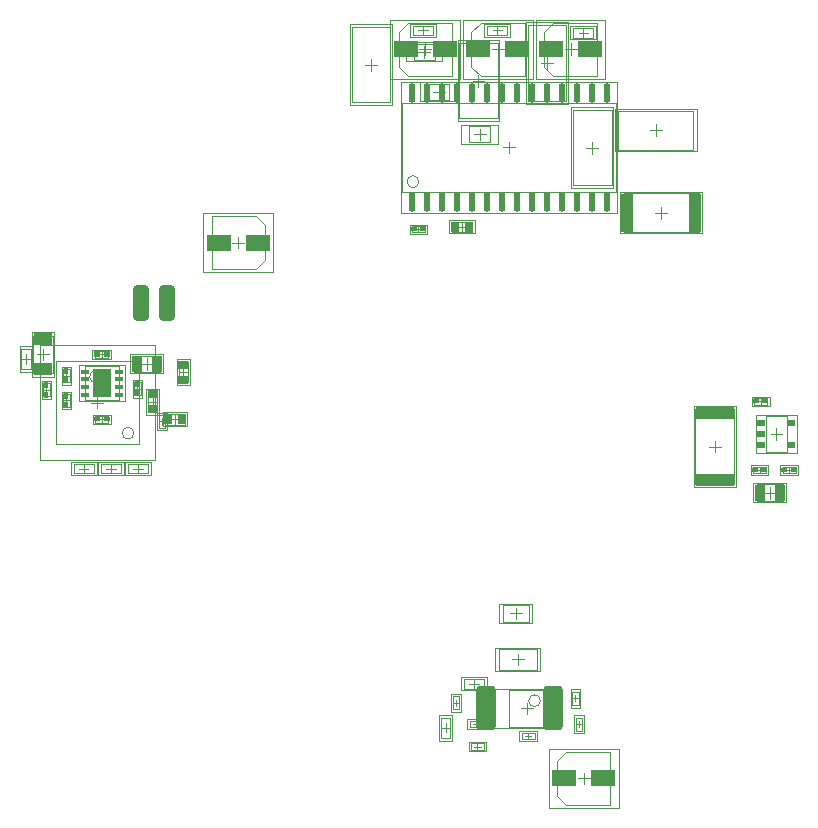
<source format=gtp>
G04 Layer_Color=8421504*
%FSLAX43Y43*%
%MOMM*%
G71*
G01*
G75*
%ADD10R,1.650X2.400*%
%ADD11R,0.800X0.300*%
%ADD12R,0.450X0.500*%
%ADD13R,0.500X0.450*%
%ADD14R,0.700X0.850*%
%ADD15R,1.650X1.050*%
%ADD16R,0.540X0.520*%
%ADD17R,0.850X0.750*%
%ADD18R,0.900X1.350*%
G04:AMPARAMS|DCode=19|XSize=1.7mm|YSize=3.8mm|CornerRadius=0.425mm|HoleSize=0mm|Usage=FLASHONLY|Rotation=180.000|XOffset=0mm|YOffset=0mm|HoleType=Round|Shape=RoundedRectangle|*
%AMROUNDEDRECTD19*
21,1,1.700,2.950,0,0,180.0*
21,1,0.850,3.800,0,0,180.0*
1,1,0.850,-0.425,1.475*
1,1,0.850,0.425,1.475*
1,1,0.850,0.425,-1.475*
1,1,0.850,-0.425,-1.475*
%
%ADD19ROUNDEDRECTD19*%
%ADD20R,2.050X1.400*%
%ADD21R,0.750X0.850*%
%ADD22R,3.200X1.050*%
%ADD23R,1.050X3.200*%
G04:AMPARAMS|DCode=24|XSize=1.4mm|YSize=3mm|CornerRadius=0.35mm|HoleSize=0mm|Usage=FLASHONLY|Rotation=0.000|XOffset=0mm|YOffset=0mm|HoleType=Round|Shape=RoundedRectangle|*
%AMROUNDEDRECTD24*
21,1,1.400,2.300,0,0,0.0*
21,1,0.700,3.000,0,0,0.0*
1,1,0.700,0.350,-1.150*
1,1,0.700,-0.350,-1.150*
1,1,0.700,-0.350,1.150*
1,1,0.700,0.350,1.150*
%
%ADD24ROUNDEDRECTD24*%
%ADD25R,0.800X0.600*%
%ADD26O,0.550X1.700*%
%ADD28C,0.100*%
%ADD29C,0.050*%
D10*
X77612Y119700D02*
D03*
D11*
X79057Y118725D02*
D03*
Y119375D02*
D03*
Y120025D02*
D03*
Y120675D02*
D03*
X76167Y118725D02*
D03*
Y119375D02*
D03*
Y120025D02*
D03*
Y120675D02*
D03*
D12*
X74600Y119927D02*
D03*
Y120727D02*
D03*
X72900Y118727D02*
D03*
Y119527D02*
D03*
X74600Y118627D02*
D03*
Y117827D02*
D03*
X80600Y118827D02*
D03*
Y119627D02*
D03*
D13*
X78000Y116627D02*
D03*
X77200D02*
D03*
X136188Y112354D02*
D03*
X135388D02*
D03*
X133788Y118154D02*
D03*
X132988D02*
D03*
X133688Y112354D02*
D03*
X132888D02*
D03*
X104000Y132727D02*
D03*
X104800D02*
D03*
D14*
X84400Y116627D02*
D03*
X83200D02*
D03*
D15*
X72600Y120852D02*
D03*
Y123402D02*
D03*
D16*
X78010Y122127D02*
D03*
X77190D02*
D03*
D17*
X81900Y118752D02*
D03*
Y117502D02*
D03*
X84500Y120002D02*
D03*
Y121252D02*
D03*
D18*
X82250Y121327D02*
D03*
X80550D02*
D03*
X135000Y110427D02*
D03*
X133300D02*
D03*
D19*
X115800Y92227D02*
D03*
X110100D02*
D03*
D20*
X118938Y147954D02*
D03*
X115638D02*
D03*
X112788Y147954D02*
D03*
X109488D02*
D03*
X106638Y147954D02*
D03*
X103338D02*
D03*
X90800Y131600D02*
D03*
X87500D02*
D03*
X116750Y86227D02*
D03*
X120050D02*
D03*
D21*
X108725Y132927D02*
D03*
X107475D02*
D03*
D22*
X129500Y117177D02*
D03*
Y111477D02*
D03*
D23*
X122100Y134127D02*
D03*
X127800D02*
D03*
D24*
X80900Y126500D02*
D03*
X83100D02*
D03*
D25*
X135988Y114454D02*
D03*
Y116354D02*
D03*
X133438Y115404D02*
D03*
Y116354D02*
D03*
Y114454D02*
D03*
D26*
X116533Y144304D02*
D03*
X117803D02*
D03*
X115263D02*
D03*
X120343D02*
D03*
X119073D02*
D03*
X112723D02*
D03*
X113993D02*
D03*
X110183D02*
D03*
X111453D02*
D03*
X120343Y135004D02*
D03*
X117803D02*
D03*
X119073D02*
D03*
X116533D02*
D03*
X111453D02*
D03*
X112723D02*
D03*
X110183D02*
D03*
X115263D02*
D03*
X113993D02*
D03*
X107643Y144304D02*
D03*
X108913D02*
D03*
X105103D02*
D03*
X106373D02*
D03*
X103833D02*
D03*
X106373Y135004D02*
D03*
X108913D02*
D03*
X107643D02*
D03*
X103833D02*
D03*
X105103D02*
D03*
D28*
X77562Y120250D02*
G03*
X77562Y120250I-500J0D01*
G01*
X104438Y136754D02*
G03*
X104438Y136754I-500J0D01*
G01*
X80313Y115454D02*
G03*
X80313Y115454I-500J0D01*
G01*
X114738Y92804D02*
G03*
X114738Y92804I-500J0D01*
G01*
X76162Y118250D02*
X79062D01*
X76162Y121150D02*
X79062D01*
Y118250D02*
Y121150D01*
X76162Y118250D02*
Y121150D01*
X74325Y119777D02*
X74875D01*
X74325Y120877D02*
X74875D01*
Y119777D02*
Y120877D01*
X74325Y119777D02*
Y120877D01*
X72625Y118577D02*
X73175D01*
X72625Y119677D02*
X73175D01*
Y118577D02*
Y119677D01*
X72625Y118577D02*
Y119677D01*
X74325Y118777D02*
X74875D01*
X74325Y117677D02*
X74875D01*
X74325D02*
Y118777D01*
X74875Y117677D02*
Y118777D01*
X80325Y118677D02*
X80875D01*
Y119777D01*
X80325Y118677D02*
Y119777D01*
X80875D01*
X78150Y116352D02*
Y116902D01*
X77050D02*
X78150D01*
X77050Y116352D02*
X78150D01*
X77050D02*
Y116902D01*
X84650Y116152D02*
Y117102D01*
X82950D02*
X84650D01*
X82950Y116152D02*
X84650D01*
X82950D02*
Y117102D01*
X71750Y120527D02*
X73450D01*
X71750Y123727D02*
X73450D01*
X71750Y120527D02*
Y123727D01*
X73450Y120527D02*
Y123727D01*
X78150Y121852D02*
Y122402D01*
X77050Y121852D02*
Y122402D01*
Y121852D02*
X78150D01*
X77050Y122402D02*
X78150D01*
X81495Y118977D02*
X82305D01*
X81495Y117277D02*
X82305D01*
Y118977D01*
X81495Y117277D02*
Y118977D01*
X82500Y120627D02*
Y122027D01*
X80300Y120627D02*
X82500D01*
X80300D02*
Y122027D01*
X82500D01*
X84095Y119777D02*
X84905D01*
X84095Y121477D02*
X84905D01*
X84095Y119777D02*
Y121477D01*
X84905Y119777D02*
Y121477D01*
X133050Y109727D02*
X135250D01*
X133050Y111127D02*
X135250D01*
Y109727D02*
Y111127D01*
X133050Y109727D02*
Y111127D01*
X115813Y150204D02*
X119538D01*
Y145704D02*
Y150204D01*
X115813Y145704D02*
X119538D01*
X115038Y149429D02*
X115813Y150204D01*
X115038Y146479D02*
Y149429D01*
Y146479D02*
X115813Y145704D01*
X108888Y146479D02*
Y149429D01*
Y146479D02*
X109663Y145704D01*
X113388D01*
Y150204D01*
X109663D02*
X113388D01*
X108888Y149429D02*
X109663Y150204D01*
X103513D02*
X107238D01*
Y145704D02*
Y150204D01*
X103513Y145704D02*
X107238D01*
X102738Y149429D02*
X103513Y150204D01*
X102738Y146479D02*
Y149429D01*
Y146479D02*
X103513Y145704D01*
X90625Y129350D02*
X91400Y130125D01*
Y133075D01*
X86900Y129350D02*
X90625D01*
Y133850D02*
X91400Y133075D01*
X86900Y133850D02*
X90625D01*
X86900Y129350D02*
Y133850D01*
X108950Y132522D02*
Y133332D01*
X107250Y132522D02*
Y133332D01*
Y132522D02*
X108950D01*
X107250Y133332D02*
X108950D01*
X116150Y87702D02*
X116925Y88477D01*
X116150Y84752D02*
Y87702D01*
X116925Y88477D02*
X120650D01*
Y83977D02*
Y88477D01*
X116150Y84752D02*
X116925Y83977D01*
X120650D01*
X136338Y112079D02*
Y112629D01*
X135238D02*
X136338D01*
X135238Y112079D02*
X136338D01*
X135238D02*
Y112629D01*
X133938Y117879D02*
Y118429D01*
X132838D02*
X133938D01*
X132838Y117879D02*
X133938D01*
X132838D02*
Y118429D01*
X133838Y112079D02*
Y112629D01*
X132738D02*
X133838D01*
X132738Y112079D02*
X133838D01*
X132738D02*
Y112629D01*
X127850Y111147D02*
X131150D01*
Y117507D01*
X127850Y111147D02*
Y117507D01*
X131150D01*
X121770Y132477D02*
Y135777D01*
X128130Y132477D02*
Y135777D01*
X121770D02*
X128130D01*
X121770Y132477D02*
X128130D01*
X103850Y132452D02*
Y133002D01*
X104950Y132452D02*
Y133002D01*
X103850D02*
X104950D01*
X103850Y132452D02*
X104950D01*
X133838Y113904D02*
X135588D01*
Y116904D01*
X133838D02*
X135588D01*
X133838Y113904D02*
Y116904D01*
X121138Y135854D02*
Y143454D01*
X103038D02*
X121138D01*
X103038Y135854D02*
X121138D01*
X103038D02*
Y143454D01*
X127680Y139477D02*
Y142777D01*
X121320D02*
X127680D01*
X121320Y139477D02*
Y142777D01*
Y139477D02*
X127680D01*
X119213Y148949D02*
Y149759D01*
X117513Y148949D02*
X119213D01*
X117513Y149759D02*
X119213D01*
X117513Y148949D02*
Y149759D01*
X111938Y149149D02*
Y149959D01*
X110238Y149149D02*
X111938D01*
X110238Y149959D02*
X111938D01*
X110238Y149149D02*
Y149959D01*
X105638Y149149D02*
Y149959D01*
X103938Y149149D02*
X105638D01*
X103938Y149959D02*
X105638D01*
X103938Y149149D02*
Y149959D01*
X106295Y89677D02*
Y91377D01*
Y89677D02*
X107105D01*
X106295Y91377D02*
X107105D01*
Y89677D02*
Y91377D01*
X109860Y90552D02*
Y91102D01*
X108760Y90552D02*
Y91102D01*
X109860D01*
X108760Y90552D02*
X109860D01*
X70795Y120877D02*
Y122577D01*
Y120877D02*
X71605D01*
X70795Y122577D02*
X71605D01*
Y120877D02*
Y122577D01*
X81513Y112049D02*
Y112859D01*
X79813Y112049D02*
X81513D01*
X79813Y112859D02*
X81513D01*
X79813Y112049D02*
Y112859D01*
X117975Y92477D02*
Y93577D01*
X117425D02*
X117975D01*
X117425Y92477D02*
X117975D01*
X117425D02*
Y93577D01*
X76913Y112049D02*
Y112859D01*
X75213Y112049D02*
X76913D01*
X75213Y112859D02*
X76913D01*
X75213Y112049D02*
Y112859D01*
X79238Y112049D02*
Y112859D01*
X77538Y112049D02*
X79238D01*
X77538Y112859D02*
X79238D01*
X77538Y112049D02*
Y112859D01*
X108275Y93822D02*
Y94632D01*
X109975Y93822D02*
Y94632D01*
X108275D02*
X109975D01*
X108275Y93822D02*
X109975D01*
X113750Y99500D02*
Y100900D01*
X111550D02*
X113750D01*
X111550Y99500D02*
Y100900D01*
Y99500D02*
X113750D01*
X114400Y95450D02*
Y97150D01*
X111200D02*
X114400D01*
X111200Y95450D02*
Y97150D01*
Y95450D02*
X114400D01*
X103988Y148429D02*
X105788D01*
X103988Y147079D02*
X105788D01*
Y148429D01*
X103988Y147079D02*
Y148429D01*
X105213Y145029D02*
X107013D01*
Y143679D02*
Y145029D01*
X105213Y143679D02*
Y145029D01*
Y143679D02*
X107013D01*
X108688Y141429D02*
X110488D01*
Y140079D02*
Y141429D01*
X108688Y140079D02*
Y141429D01*
Y140079D02*
X110488D01*
X98738Y143474D02*
X102038D01*
X98738Y149834D02*
X102038D01*
Y143474D02*
Y149834D01*
X98738Y143474D02*
Y149834D01*
X107838Y148484D02*
X111138D01*
Y142124D02*
Y148484D01*
X107838Y142124D02*
Y148484D01*
Y142124D02*
X111138D01*
X113638Y149984D02*
X116938D01*
Y143624D02*
Y149984D01*
X113638Y143624D02*
Y149984D01*
Y143624D02*
X116938D01*
X117450Y136447D02*
X120750D01*
Y142807D01*
X117450Y136447D02*
Y142807D01*
X120750D01*
X82413Y117004D02*
X82963D01*
X82413Y115904D02*
X82963D01*
Y117004D01*
X82413Y115904D02*
Y117004D01*
X114250Y89552D02*
Y90102D01*
X113150Y89552D02*
X114250D01*
X113150Y90102D02*
X114250D01*
X113150Y89552D02*
Y90102D01*
X109950Y88652D02*
Y89202D01*
X108850Y88652D02*
X109950D01*
X108850Y89202D02*
X109950D01*
X108850Y88652D02*
Y89202D01*
X118275Y90277D02*
Y91377D01*
X117725D02*
X118275D01*
X117725Y90277D02*
X118275D01*
X117725D02*
Y91377D01*
X107875Y92077D02*
Y93177D01*
X107325D02*
X107875D01*
X107325Y92077D02*
X107875D01*
X107325D02*
Y93177D01*
X80713Y114554D02*
Y121554D01*
X73713D02*
X80713D01*
X73713Y114554D02*
X80713D01*
X73713D02*
Y121554D01*
X115138Y90604D02*
Y93704D01*
X112038D02*
X115138D01*
X112038Y90604D02*
X115138D01*
X112038D02*
Y93704D01*
X77612Y119200D02*
Y120200D01*
X77112Y119700D02*
X78112D01*
X74325Y120327D02*
X74875D01*
X74600Y120052D02*
Y120602D01*
X72625Y119127D02*
X73175D01*
X72900Y118852D02*
Y119402D01*
X74325Y118227D02*
X74875D01*
X74600Y117952D02*
Y118502D01*
X80325Y119227D02*
X80875D01*
X80600Y118952D02*
Y119502D01*
X77600Y116352D02*
Y116902D01*
X77325Y116627D02*
X77875D01*
X83800Y116152D02*
Y117102D01*
X83325Y116627D02*
X84275D01*
X72600Y121627D02*
Y122627D01*
X72100Y122127D02*
X73100D01*
X77600Y121852D02*
Y122402D01*
X77325Y122127D02*
X77875D01*
X81900Y117722D02*
Y118532D01*
X81495Y118127D02*
X82305D01*
X80900Y121327D02*
X81900D01*
X81400Y120827D02*
Y121827D01*
X84500Y120222D02*
Y121032D01*
X84095Y120627D02*
X84905D01*
X134150Y109927D02*
Y110927D01*
X133650Y110427D02*
X134650D01*
X117288Y147454D02*
Y148454D01*
X116788Y147954D02*
X117788D01*
X111138Y147454D02*
Y148454D01*
X110638Y147954D02*
X111638D01*
X104988Y147454D02*
Y148454D01*
X104488Y147954D02*
X105488D01*
X89150Y131100D02*
Y132100D01*
X88650Y131600D02*
X89650D01*
X107695Y132927D02*
X108505D01*
X108100Y132522D02*
Y133332D01*
X118400Y85727D02*
Y86727D01*
X117900Y86227D02*
X118900D01*
X135513Y112354D02*
X136063D01*
X135788Y112079D02*
Y112629D01*
X133113Y118154D02*
X133663D01*
X133388Y117879D02*
Y118429D01*
X133013Y112354D02*
X133563D01*
X133288Y112079D02*
Y112629D01*
X129000Y114327D02*
X130000D01*
X129500Y113827D02*
Y114827D01*
X124450Y134127D02*
X125450D01*
X124950Y133627D02*
Y134627D01*
X104400Y132452D02*
Y133002D01*
X104125Y132727D02*
X104675D01*
X134713Y114904D02*
Y115904D01*
X134213Y115404D02*
X135213D01*
X111588Y139654D02*
X112588D01*
X112088Y139154D02*
Y140154D01*
X124500Y140627D02*
Y141627D01*
X124000Y141127D02*
X125000D01*
X118363Y148949D02*
Y149759D01*
X117958Y149354D02*
X118768D01*
X111088Y149149D02*
Y149959D01*
X110683Y149554D02*
X111493D01*
X104788Y149149D02*
Y149959D01*
X104383Y149554D02*
X105193D01*
X106700Y90122D02*
Y90932D01*
X106295Y90527D02*
X107105D01*
X109310Y90552D02*
Y91102D01*
X109035Y90827D02*
X109585D01*
X71200Y121322D02*
Y122132D01*
X70795Y121727D02*
X71605D01*
X80663Y112049D02*
Y112859D01*
X80258Y112454D02*
X81068D01*
X117700Y92752D02*
Y93302D01*
X117425Y93027D02*
X117975D01*
X76063Y112049D02*
Y112859D01*
X75658Y112454D02*
X76468D01*
X78388Y112049D02*
Y112859D01*
X77983Y112454D02*
X78793D01*
X109125Y93822D02*
Y94632D01*
X108720Y94227D02*
X109530D01*
X112150Y100200D02*
X113150D01*
X112650Y99700D02*
Y100700D01*
X112300Y96300D02*
X113300D01*
X112800Y95800D02*
Y96800D01*
X104388Y147754D02*
X105388D01*
X104888Y147254D02*
Y148254D01*
X106113Y143854D02*
Y144854D01*
X105613Y144354D02*
X106613D01*
X109588Y140254D02*
Y141254D01*
X109088Y140754D02*
X110088D01*
X100388Y146154D02*
Y147154D01*
X99888Y146654D02*
X100888D01*
X109488Y144804D02*
Y145804D01*
X108988Y145304D02*
X109988D01*
X115288Y146304D02*
Y147304D01*
X114788Y146804D02*
X115788D01*
X118600Y139627D02*
X119600D01*
X119100Y139127D02*
Y140127D01*
X82413Y116454D02*
X82963D01*
X82688Y116179D02*
Y116729D01*
X113700Y89552D02*
Y90102D01*
X113425Y89827D02*
X113975D01*
X109400Y88652D02*
Y89202D01*
X109125Y88927D02*
X109675D01*
X118000Y90552D02*
Y91102D01*
X117725Y90827D02*
X118275D01*
X107600Y92352D02*
Y92902D01*
X107325Y92627D02*
X107875D01*
X77213Y117554D02*
Y118554D01*
X76713Y118054D02*
X77713D01*
X113088Y92154D02*
X114088D01*
X113588Y91654D02*
Y92654D01*
D29*
X75657Y118150D02*
X79567D01*
X75657Y121250D02*
X79567D01*
Y118150D02*
Y121250D01*
X75657Y118150D02*
Y121250D01*
X75000Y119577D02*
Y121077D01*
X74200Y119577D02*
X75000D01*
X74200Y121077D02*
X75000D01*
X74200Y119577D02*
Y121077D01*
X73300Y118377D02*
Y119877D01*
X72500Y118377D02*
X73300D01*
X72500Y119877D02*
X73300D01*
X72500Y118377D02*
Y119877D01*
X74200Y117477D02*
Y118977D01*
X75000D01*
X74200Y117477D02*
X75000D01*
Y118977D01*
X80200Y118477D02*
X81000D01*
X80200D02*
Y119977D01*
X81000Y118477D02*
Y119977D01*
X80200D02*
X81000D01*
X78350Y116227D02*
Y117027D01*
X76850Y116227D02*
X78350D01*
X76850Y117027D02*
X78350D01*
X76850Y116227D02*
Y117027D01*
X84850Y116027D02*
Y117227D01*
X82750Y116027D02*
X84850D01*
X82750Y117227D02*
X84850D01*
X82750Y116027D02*
Y117227D01*
X71650Y120227D02*
X73550D01*
X71650Y124027D02*
X73550D01*
X71650Y120227D02*
Y124027D01*
X73550Y120227D02*
Y124027D01*
X78400Y121727D02*
Y122527D01*
X76800Y121727D02*
X78400D01*
X76800Y122527D02*
X78400D01*
X76800Y121727D02*
Y122527D01*
X81350Y119227D02*
X82450D01*
X81350Y117027D02*
X82450D01*
Y119227D01*
X81350Y117027D02*
Y119227D01*
X82800Y120527D02*
Y122127D01*
X80000Y120527D02*
X82800D01*
X80000Y122127D02*
X82800D01*
X80000Y120527D02*
Y122127D01*
X83950Y119527D02*
X85050D01*
X83950Y121727D02*
X85050D01*
X83950Y119527D02*
Y121727D01*
X85050Y119527D02*
Y121727D01*
X132750Y109627D02*
X135550D01*
X132750Y111227D02*
X135550D01*
Y109627D02*
Y111227D01*
X132750Y109627D02*
Y111227D01*
X120238Y145454D02*
Y150454D01*
X114338D02*
X120238D01*
X114338Y145454D02*
X120238D01*
X114338D02*
Y150454D01*
X108188Y145454D02*
X114088D01*
X108188Y150454D02*
X114088D01*
Y145454D02*
Y150454D01*
X108188Y145454D02*
Y150454D01*
X107938Y145454D02*
Y150454D01*
X102038D02*
X107938D01*
X102038Y145454D02*
X107938D01*
X102038D02*
Y150454D01*
X86200Y129100D02*
X92100D01*
Y134100D01*
X86200Y129100D02*
Y134100D01*
X92100D01*
X109200Y132377D02*
Y133477D01*
X107000Y132377D02*
Y133477D01*
Y132377D02*
X109200D01*
X107000Y133477D02*
X109200D01*
X115450Y88727D02*
X121350D01*
X115450Y83727D02*
Y88727D01*
X121350Y83727D02*
Y88727D01*
X115450Y83727D02*
X121350D01*
X136538Y111954D02*
Y112754D01*
X135038D02*
X136538D01*
X135038Y111954D02*
X136538D01*
X135038D02*
Y112754D01*
X134138Y117754D02*
Y118554D01*
X132638D02*
X134138D01*
X132638Y117754D02*
X134138D01*
X132638D02*
Y118554D01*
X134038Y111954D02*
Y112754D01*
X132538D02*
X134038D01*
X132538Y111954D02*
X134038D01*
X132538D02*
Y112754D01*
X131250Y110877D02*
Y117777D01*
X127750D02*
X131250D01*
X127750Y110877D02*
X131250D01*
X127750D02*
Y117777D01*
X121500Y132377D02*
Y135877D01*
X128400Y132377D02*
Y135877D01*
X121500D02*
X128400D01*
X121500Y132377D02*
X128400D01*
X103650Y133127D02*
X105150D01*
X103650Y132327D02*
Y133127D01*
X105150Y132327D02*
Y133127D01*
X103650Y132327D02*
X105150D01*
X136463Y113804D02*
Y117004D01*
X132963D02*
X136463D01*
X132963Y113804D02*
X136463D01*
X132963D02*
Y117004D01*
X121238Y134079D02*
Y145229D01*
X102938D02*
X121238D01*
X102938Y134079D02*
X121238D01*
X102938D02*
Y145229D01*
X127950Y139377D02*
Y142877D01*
X121050D02*
X127950D01*
X121050Y139377D02*
X127950D01*
X121050D02*
Y142877D01*
X119463Y148804D02*
Y149904D01*
X117263D02*
X119463D01*
X117263Y148804D02*
X119463D01*
X117263D02*
Y149904D01*
X112188Y149004D02*
Y150104D01*
X109988D02*
X112188D01*
X109988Y149004D02*
X112188D01*
X109988D02*
Y150104D01*
X105888Y149004D02*
Y150104D01*
X103688D02*
X105888D01*
X103688Y149004D02*
X105888D01*
X103688D02*
Y150104D01*
X106150Y89427D02*
Y91627D01*
Y89427D02*
X107250D01*
X106150Y91627D02*
X107250D01*
Y89427D02*
Y91627D01*
X110110Y90427D02*
Y91227D01*
X108510D02*
X110110D01*
X108510Y90427D02*
X110110D01*
X108510D02*
Y91227D01*
X70650Y120627D02*
Y122827D01*
Y120627D02*
X71750D01*
X70650Y122827D02*
X71750D01*
Y120627D02*
Y122827D01*
X81763Y111904D02*
Y113004D01*
X79563D02*
X81763D01*
X79563Y111904D02*
X81763D01*
X79563D02*
Y113004D01*
X118100Y92227D02*
Y93827D01*
X117300D02*
X118100D01*
X117300Y92227D02*
X118100D01*
X117300D02*
Y93827D01*
X77163Y111904D02*
Y113004D01*
X74963D02*
X77163D01*
X74963Y111904D02*
X77163D01*
X74963D02*
Y113004D01*
X79488Y111904D02*
Y113004D01*
X77288D02*
X79488D01*
X77288Y111904D02*
X79488D01*
X77288D02*
Y113004D01*
X108025Y94777D02*
X110225D01*
X108025Y93677D02*
Y94777D01*
X110225Y93677D02*
Y94777D01*
X108025Y93677D02*
X110225D01*
X114050Y99400D02*
Y101000D01*
X111250D02*
X114050D01*
X111250Y99400D02*
X114050D01*
X111250D02*
Y101000D01*
X114700Y95350D02*
Y97250D01*
X110900D02*
X114700D01*
X110900Y95350D02*
X114700D01*
X110900D02*
Y97250D01*
X106438Y146954D02*
Y148554D01*
X103338D02*
X106438D01*
X103338Y146954D02*
X106438D01*
X103338D02*
Y148554D01*
X107663Y143554D02*
Y145154D01*
X104563D02*
X107663D01*
X104563Y143554D02*
X107663D01*
X104563D02*
Y145154D01*
X111138Y139954D02*
Y141554D01*
X108038D02*
X111138D01*
X108038Y139954D02*
X111138D01*
X108038D02*
Y141554D01*
X98638Y143204D02*
X102138D01*
X98638Y150104D02*
X102138D01*
Y143204D02*
Y150104D01*
X98638Y143204D02*
Y150104D01*
X111238Y141854D02*
Y148754D01*
X107738D02*
X111238D01*
X107738Y141854D02*
X111238D01*
X107738D02*
Y148754D01*
X117038Y143354D02*
Y150254D01*
X113538D02*
X117038D01*
X113538Y143354D02*
X117038D01*
X113538D02*
Y150254D01*
X120850Y136177D02*
Y143077D01*
X117350D02*
X120850D01*
X117350Y136177D02*
X120850D01*
X117350D02*
Y143077D01*
X83088Y115704D02*
Y117204D01*
X82288D02*
X83088D01*
X82288Y115704D02*
X83088D01*
X82288D02*
Y117204D01*
X114450Y89427D02*
Y90227D01*
X112950D02*
X114450D01*
X112950Y89427D02*
X114450D01*
X112950D02*
Y90227D01*
X110150Y88527D02*
Y89327D01*
X108650D02*
X110150D01*
X108650Y88527D02*
X110150D01*
X108650D02*
Y89327D01*
X118400Y90077D02*
Y91577D01*
X117600D02*
X118400D01*
X117600Y90077D02*
X118400D01*
X117600D02*
Y91577D01*
X108000Y91877D02*
Y93377D01*
X107200D02*
X108000D01*
X107200Y91877D02*
X108000D01*
X107200D02*
Y93377D01*
X82063Y113204D02*
Y122904D01*
X72363D02*
X82063D01*
X72363Y113204D02*
X82063D01*
X72363D02*
Y122904D01*
X116388Y90504D02*
Y93804D01*
X110788D02*
X116388D01*
X110788Y90504D02*
X116388D01*
X110788D02*
Y93804D01*
M02*

</source>
